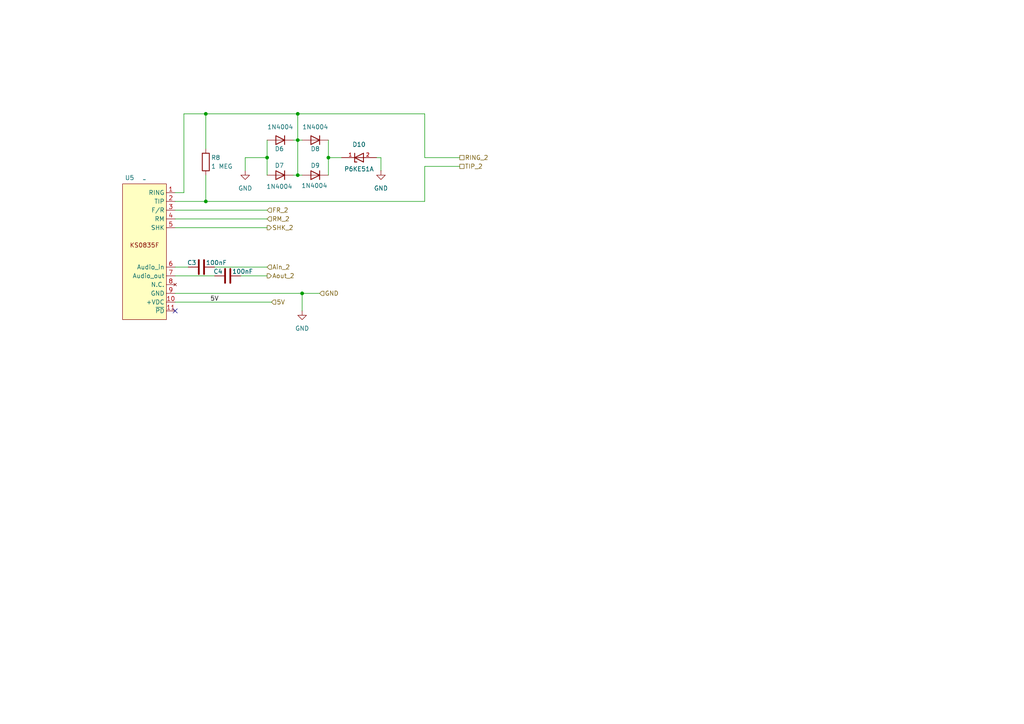
<source format=kicad_sch>
(kicad_sch (version 20231120) (generator "eeschema") (generator_version "8.0")
  (paper "A4")
  (lib_symbols
    (symbol "Device:C" (pin_numbers hide) (pin_names (offset 0.254))
      (property "Reference" "C" (at 0.635 2.54 0))
      (property "Value" "C" (at 0.635 -2.54 0))
      (symbol "C_0_1"
        (polyline (pts (xy -2.032 -0.762) (xy 2.032 -0.762)) (stroke (width 0.508)))
        (polyline (pts (xy -2.032 0.762) (xy 2.032 0.762)) (stroke (width 0.508)))
      )
      (symbol "C_1_1"
        (pin passive line (at 0 3.81 270) (length 2.794) (name "~") (number "1"))
        (pin passive line (at 0 -3.81 90) (length 2.794) (name "~") (number "2"))
      )
    )
    (symbol "Device:R" (pin_numbers hide) (pin_names (offset 0))
      (property "Reference" "R" (at 2.032 0 90))
      (property "Value" "R" (at 0 0 90))
      (symbol "R_0_1"
        (rectangle (start -1.016 -2.54) (end 1.016 2.54) (stroke (width 0.254)))
      )
      (symbol "R_1_1"
        (pin passive line (at 0 3.81 270) (length 1.27) (name "~") (number "1"))
        (pin passive line (at 0 -3.81 90) (length 1.27) (name "~") (number "2"))
      )
    )
    (symbol "Diode:1N4004" (pin_numbers hide) (pin_names hide)
      (property "Reference" "D" (at 0 2.54 0))
      (property "Value" "1N4004" (at 0 -2.54 0))
      (symbol "1N4004_0_1"
        (polyline (pts (xy -1.27 1.27) (xy -1.27 -1.27)) (stroke (width 0.254)))
        (polyline (pts (xy 1.27 0) (xy -1.27 0)))
        (polyline (pts (xy 1.27 1.27) (xy 1.27 -1.27) (xy -1.27 0) (xy 1.27 1.27)) (stroke (width 0.254)))
      )
      (symbol "1N4004_1_1"
        (pin passive line (at -3.81 0 0) (length 2.54) (name "K") (number "1"))
        (pin passive line (at 3.81 0 180) (length 2.54) (name "A") (number "2"))
      )
    )
    (symbol "JW_library_sym:KS0835F"
      (property "Reference" "U" (at 10.16 11.43 0))
      (symbol "KS0835F_1_1"
        (rectangle (start -1.27 10.16) (end 11.43 -29.21) (fill (type background)))
        (text "KS0835F" (at 5.08 -7.62 0) (effects (font (size 1.27 1.27))))
        (pin passive line (at 13.97 7.62 180) (length 2.54) (name "RING") (number "1"))
        (pin power_in line (at 13.97 -24.13 180) (length 2.54) (name "+VDC") (number "10"))
        (pin input line (at 13.97 -26.67 180) (length 2.54) (name "~{PD}") (number "11"))
        (pin passive line (at 13.97 5.08 180) (length 2.54) (name "TIP") (number "2"))
        (pin input line (at 13.97 2.54 180) (length 2.54) (name "F/R") (number "3"))
        (pin input line (at 13.97 0 180) (length 2.54) (name "RM") (number "4"))
        (pin output line (at 13.97 -2.54 180) (length 2.54) (name "SHK") (number "5"))
        (pin input line (at 13.97 -13.97 180) (length 2.54) (name "Audio_in") (number "6"))
        (pin output line (at 13.97 -16.51 180) (length 2.54) (name "Audio_out") (number "7"))
        (pin no_connect line (at 13.97 -19.05 180) (length 2.54) (name "N.C.") (number "8"))
        (pin power_in line (at 13.97 -21.59 180) (length 2.54) (name "GND") (number "9"))
      )
    )
    (symbol "JW_library_sym:P6KE51A" (pin_names (offset 1.016))
      (property "Reference" "D" (at -5.0835 2.4159 0))
      (property "Value" "P6KE51A" (at -5.0854 -4.9611 0))
      (symbol "P6KE51A_0_0"
        (polyline (pts (xy -1.27 -1.27) (xy -1.27 0)) (stroke (width 0.254)))
        (polyline (pts (xy -1.27 0) (xy -1.27 1.27)) (stroke (width 0.254)))
        (polyline (pts (xy -1.27 0) (xy 1.27 -1.27)) (stroke (width 0.254)))
        (polyline (pts (xy -0.635 -1.27) (xy -1.27 -1.27)) (stroke (width 0.254)))
        (polyline (pts (xy 1.27 -1.27) (xy 1.27 1.27)) (stroke (width 0.254)))
        (polyline (pts (xy 1.27 1.27) (xy -1.27 0)) (stroke (width 0.254)))
      )
      (symbol "P6KE51A_1_0"
        (pin passive line (at -5.08 0 0) (length 5.08) (name "~") (number "1"))
        (pin passive line (at 5.08 0 180) (length 5.08) (name "~") (number "2"))
      )
    )
    (symbol "power:GND" (power) (pin_numbers hide) (pin_names (offset 0) hide)
      (property "Value" "GND" (at 0 -3.81 0))
      (symbol "GND_0_1"
        (polyline (pts (xy 0 0) (xy 0 -1.27) (xy 1.27 -1.27) (xy 0 -2.54) (xy -1.27 -1.27) (xy 0 -1.27)))
      )
      (symbol "GND_1_1"
        (pin power_in line (at 0 0 270) (length 0) (name "~") (number "1"))
      )
    )
  )
  (junction (at 59.69 58.42))
  (junction (at 77.47 45.72))
  (junction (at 86.36 50.8))
  (junction (at 59.69 33.02))
  (junction (at 86.36 40.64))
  (junction (at 86.36 33.02))
  (junction (at 95.25 45.72))
  (junction (at 87.63 85.09))
  (no_connect (at 50.8 90.17))
  (wire (pts (xy 50.8 55.88) (xy 53.34 55.88)))
  (wire (pts (xy 50.8 87.63) (xy 78.74 87.63)))
  (wire (pts (xy 59.69 58.42) (xy 123.19 58.42)))
  (wire (pts (xy 85.09 50.8) (xy 86.36 50.8)))
  (wire (pts (xy 59.69 33.02) (xy 59.69 43.18)))
  (wire (pts (xy 87.63 85.09) (xy 92.71 85.09)))
  (wire (pts (xy 85.09 40.64) (xy 86.36 40.64)))
  (wire (pts (xy 50.8 58.42) (xy 59.69 58.42)))
  (wire (pts (xy 53.34 33.02) (xy 59.69 33.02)))
  (wire (pts (xy 50.8 63.5) (xy 77.47 63.5)))
  (wire (pts (xy 50.8 66.04) (xy 77.47 66.04)))
  (wire (pts (xy 123.19 58.42) (xy 123.19 48.26)))
  (wire (pts (xy 110.49 45.72) (xy 109.22 45.72)))
  (wire (pts (xy 123.19 45.72) (xy 133.35 45.72)))
  (wire (pts (xy 86.36 40.64) (xy 86.36 50.8)))
  (wire (pts (xy 95.25 40.64) (xy 95.25 45.72)))
  (wire (pts (xy 86.36 33.02) (xy 86.36 40.64)))
  (wire (pts (xy 71.12 45.72) (xy 71.12 49.53)))
  (wire (pts (xy 86.36 40.64) (xy 87.63 40.64)))
  (wire (pts (xy 87.63 90.17) (xy 87.63 85.09)))
  (wire (pts (xy 95.25 45.72) (xy 95.25 50.8)))
  (wire (pts (xy 86.36 50.8) (xy 87.63 50.8)))
  (wire (pts (xy 86.36 33.02) (xy 123.19 33.02)))
  (wire (pts (xy 50.8 77.47) (xy 54.61 77.47)))
  (wire (pts (xy 77.47 45.72) (xy 71.12 45.72)))
  (wire (pts (xy 62.23 77.47) (xy 77.47 77.47)))
  (wire (pts (xy 77.47 40.64) (xy 77.47 45.72)))
  (wire (pts (xy 53.34 55.88) (xy 53.34 33.02)))
  (wire (pts (xy 69.85 80.01) (xy 77.47 80.01)))
  (wire (pts (xy 123.19 48.26) (xy 133.35 48.26)))
  (wire (pts (xy 123.19 33.02) (xy 123.19 45.72)))
  (wire (pts (xy 59.69 33.02) (xy 86.36 33.02)))
  (wire (pts (xy 110.49 49.53) (xy 110.49 45.72)))
  (wire (pts (xy 95.25 45.72) (xy 99.06 45.72)))
  (wire (pts (xy 50.8 60.96) (xy 77.47 60.96)))
  (wire (pts (xy 50.8 85.09) (xy 87.63 85.09)))
  (wire (pts (xy 59.69 50.8) (xy 59.69 58.42)))
  (wire (pts (xy 77.47 45.72) (xy 77.47 50.8)))
  (wire (pts (xy 50.8 80.01) (xy 62.23 80.01)))
  (label "5V" (at 60.96 87.63 0))
  (hierarchical_label "Ain_2" (shape input) (at 77.47 77.47 0))
  (hierarchical_label "Aout_2" (shape output) (at 77.47 80.01 0))
  (hierarchical_label "TIP_2" (shape passive) (at 133.35 48.26 0))
  (hierarchical_label "RM_2" (shape input) (at 77.47 63.5 0))
  (hierarchical_label "RING_2" (shape passive) (at 133.35 45.72 0))
  (hierarchical_label "5V" (shape input) (at 78.74 87.63 0))
  (hierarchical_label "SHK_2" (shape output) (at 77.47 66.04 0))
  (hierarchical_label "FR_2" (shape input) (at 77.47 60.96 0))
  (hierarchical_label "GND" (shape input) (at 92.71 85.09 0))
  (symbol (lib_id "Diode:1N4004") (at 91.44 40.64 180) (unit 1)
    (property "Reference" "D8" (at 91.44 43.18 0))
    (property "Value" "1N4004" (at 91.44 36.83 0))
    (property "Footprint" "Diode_THT:D_DO-41_SOD81_P10.16mm_Horizontal" (effects (hide yes)))
    (property "Description" "400V 1A General Purpose Rectifier Diode, DO-41" (effects (hide yes)))
    (property "Sim.Device" "D" (effects (hide yes)))
    (property "Sim.Pins" "1=K 2=A" (effects (hide yes)))
  )
  (symbol (lib_id "power:GND") (at 87.63 90.17 0) (unit 1)
    (property "Reference" "#PWR019" (effects (hide yes)))
    (property "Value" "GND" (at 87.63 95.25 0))
    (property "Description" "Power symbol creates a global label with name \"GND\" , ground" (effects (hide yes)))
  )
  (symbol (lib_id "power:GND") (at 110.49 49.53 0) (unit 1)
    (property "Reference" "#PWR020" (effects (hide yes)))
    (property "Value" "GND" (at 110.49 54.61 0))
    (property "Description" "Power symbol creates a global label with name \"GND\" , ground" (effects (hide yes)))
  )
  (symbol (lib_id "Diode:1N4004") (at 81.28 40.64 180) (unit 1)
    (property "Reference" "D6" (at 81.026 43.18 0))
    (property "Value" "1N4004" (at 81.28 36.83 0))
    (property "Footprint" "Diode_THT:D_DO-41_SOD81_P10.16mm_Horizontal" (effects (hide yes)))
    (property "Description" "400V 1A General Purpose Rectifier Diode, DO-41" (effects (hide yes)))
    (property "Sim.Device" "D" (effects (hide yes)))
    (property "Sim.Pins" "1=K 2=A" (effects (hide yes)))
  )
  (symbol (lib_id "Device:C") (at 58.42 77.47 90) (unit 1)
    (property "Reference" "C3" (at 55.626 76.2 90))
    (property "Value" "100nF" (at 62.738 76.2 90))
    (property "Footprint" "Capacitor_THT:C_Disc_D4.3mm_W1.9mm_P5.00mm" (effects (hide yes)))
    (property "Description" "Unpolarized capacitor" (effects (hide yes)))
  )
  (symbol (lib_id "power:GND") (at 71.12 49.53 0) (unit 1)
    (property "Reference" "#PWR018" (effects (hide yes)))
    (property "Value" "GND" (at 71.12 54.61 0))
    (property "Description" "Power symbol creates a global label with name \"GND\" , ground" (effects (hide yes)))
  )
  (symbol (lib_id "Diode:1N4004") (at 91.44 50.8 180) (unit 1)
    (property "Reference" "D9" (at 91.44 48.006 0))
    (property "Value" "1N4004" (at 91.186 53.848 0))
    (property "Footprint" "Diode_THT:D_DO-41_SOD81_P10.16mm_Horizontal" (effects (hide yes)))
    (property "Description" "400V 1A General Purpose Rectifier Diode, DO-41" (effects (hide yes)))
    (property "Sim.Device" "D" (effects (hide yes)))
    (property "Sim.Pins" "1=K 2=A" (effects (hide yes)))
  )
  (symbol (lib_id "Device:R") (at 59.69 46.99 0) (unit 1)
    (property "Reference" "R8" (at 61.214 45.72 0) (effects (justify left)))
    (property "Value" "1 MEG" (at 61.214 48.26 0) (effects (justify left)))
    (property "Footprint" "Resistor_THT:R_Axial_DIN0204_L3.6mm_D1.6mm_P5.08mm_Horizontal" (effects (hide yes)))
    (property "Description" "Resistor" (effects (hide yes)))
  )
  (symbol (lib_id "JW_library_sym:KS0835F") (at 36.83 63.5 0) (unit 1)
    (property "Reference" "U5" (at 37.592 51.562 0))
    (property "Value" "~" (at 41.91 52.07 0))
    (property "Footprint" "JW_footprint_library:KS0835F" (effects (hide yes)))
  )
  (symbol (lib_id "Diode:1N4004") (at 81.28 50.8 180) (unit 1)
    (property "Reference" "D7" (at 81.026 48.006 0))
    (property "Value" "1N4004" (at 81.026 54.102 0))
    (property "Footprint" "Diode_THT:D_DO-41_SOD81_P10.16mm_Horizontal" (effects (hide yes)))
    (property "Description" "400V 1A General Purpose Rectifier Diode, DO-41" (effects (hide yes)))
    (property "Sim.Device" "D" (effects (hide yes)))
    (property "Sim.Pins" "1=K 2=A" (effects (hide yes)))
  )
  (symbol (lib_id "Device:C") (at 66.04 80.01 90) (unit 1)
    (property "Reference" "C4" (at 63.246 78.74 90))
    (property "Value" "100nF" (at 70.358 78.74 90))
    (property "Footprint" "Capacitor_THT:C_Disc_D4.3mm_W1.9mm_P5.00mm" (effects (hide yes)))
    (property "Description" "Unpolarized capacitor" (effects (hide yes)))
  )
  (symbol (lib_id "JW_library_sym:P6KE51A") (at 104.14 45.72 0) (unit 1)
    (property "Reference" "D10" (at 104.14 41.91 0))
    (property "Value" "P6KE51A" (at 104.14 49.022 0))
    (property "Footprint" "Diode_THT:D_DO-15_P12.70mm_Horizontal" (effects (hide yes)))
    (property "MF" "Taiwan Semiconductor Corporation" (effects (hide yes)))
    (property "MAXIMUM_PACKAGE_HEIGHT" "3.6 mm" (effects (hide yes)))
    (property "Package" "DO-15 Taiwan Semiconductor" (effects (hide yes)))
    (property "Price" "None" (effects (hide yes)))
    (property "Check_prices" "https://www.snapeda.com/parts/P6KE51A/Taiwan+Semiconductor/view-part/?ref=eda" (effects (hide yes)))
    (property "STANDARD" "IPC-7351B" (effects (hide yes)))
    (property "PARTREV" "K2105" (effects (hide yes)))
    (property "SnapEDA_Link" "https://www.snapeda.com/parts/P6KE51A/Taiwan+Semiconductor/view-part/?ref=snap" (effects (hide yes)))
    (property "MP" "P6KE51A" (effects (hide yes)))
    (property "Purchase-URL" "https://www.snapeda.com/api/url_track_click_mouser/?unipart_id=6301999&manufacturer=Taiwan Semiconductor Corporation&part_name=P6KE51A&search_term=p6ke51a" (effects (hide yes)))
    (property "Description_1" "\n600W, 51V, Unidirectional, TVS\n" (effects (hide yes)))
    (property "Availability" "In Stock" (effects (hide yes)))
    (property "MANUFACTURER" "Taiwan Semiconductor" (effects (hide yes)))
  )
)
</source>
